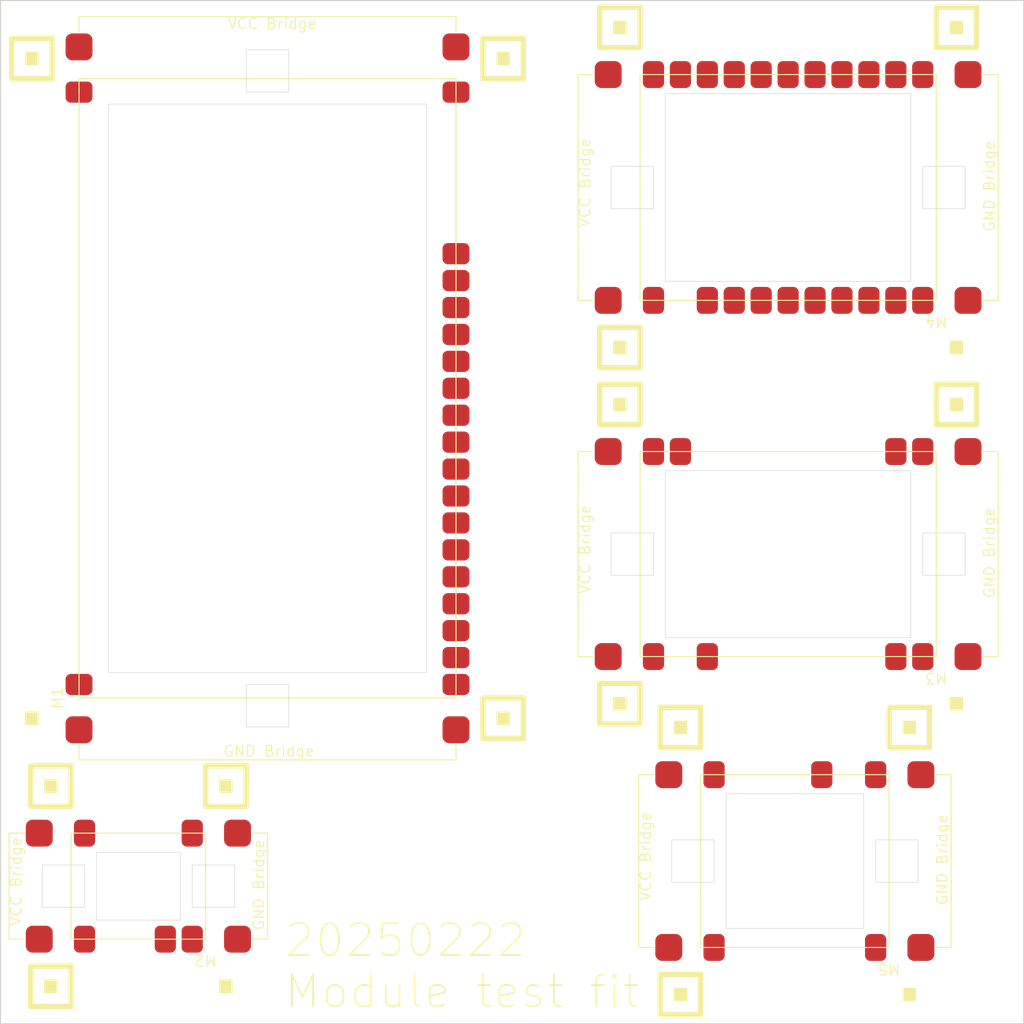
<source format=kicad_pcb>
(kicad_pcb (version 20240108) (generator "pcbnew") (generator_version "8.0")
  (layers (0 "F.Cu" signal) (31 "B.Cu" signal) (34 "B.Paste" user) (35 "F.Paste" user) (36 "B.SilkS" user "B.Silkscreen") (37 "F.SilkS" user "F.Silkscreen") (38 "B.Mask" user) (39 "F.Mask" user) (44 "Edge.Cuts" user))
  (net 0 "")
  (footprint "MegaCastle:MegaCastle2x7-I12.7x13.0-M8314" (layer "F.Cu") (at 95.25 98.955 90)
    (property "Reference" "M5" (at -10.182 8.89 180) (layer "F.SilkS") (effects (font (thickness 0.1))))
    (property "Value" "~")
    (fp_line (start -8.15 -14.735) (end 8.15 -14.735) (stroke (width 0.1)) (layer "F.SilkS"))
    (fp_line (start 8.15 -13.335) (end 8.15 -14.735) (stroke (width 0.1)) (layer "F.SilkS"))
    (fp_line (start -8.15 -13.335) (end -8.15 -14.735) (stroke (width 0.1)) (layer "F.SilkS"))
    (fp_line (start 8.15 13.335) (end 8.15 14.735) (stroke (width 0.1)) (layer "F.SilkS"))
    (fp_line (start -8.15 13.335) (end -8.15 14.735) (stroke (width 0.1)) (layer "F.SilkS"))
    (fp_line (start -8.15 14.735) (end 8.15 14.735) (stroke (width 0.1)) (layer "F.SilkS"))
    (fp_rect (start 13.23 -10.16) (end 11.96 -11.43) (fill solid) (layer "F.SilkS"))
    (fp_rect (start -11.96 -10.16) (end -13.23 -11.43) (fill solid) (layer "F.SilkS"))
    (fp_rect (start 14.5 -8.89) (end 10.69 -12.7) (stroke (width 0.5)) (fill none) (layer "F.SilkS"))
    (fp_rect (start -8.15 -8.89) (end 8.15 8.89) (stroke (width 0.1)) (fill none) (layer "F.SilkS"))
    (fp_rect (start -10.69 -8.89) (end -14.5 -12.7) (stroke (width 0.5)) (fill none) (layer "F.SilkS"))
    (fp_rect (start 13.23 11.43) (end 11.96 10.16) (fill solid) (layer "F.SilkS"))
    (fp_rect (start -11.96 11.43) (end -13.23 10.16) (fill solid) (layer "F.SilkS"))
    (fp_rect (start 14.5 12.7) (end 10.69 8.89) (stroke (width 0.5)) (fill none) (layer "F.SilkS"))
    (fp_rect (start -2 -7.62) (end 2 -11.62) (stroke (width 0.05)) (fill none) (layer "Edge.Cuts"))
    (fp_rect (start -6.35 -6.49) (end 6.35 6.49) (stroke (width 0.05)) (fill none) (layer "Edge.Cuts"))
    (fp_rect (start -2 7.62) (end 2 11.62) (stroke (width 0.05)) (fill none) (layer "Edge.Cuts"))
    (fp_text user "GND Bridge" (at -4.226381 14.49 90) (layer "F.SilkS") (effects (font (thickness 0.1)) (justify left bottom)))
    (fp_text user "VCC Bridge" (at -3.81 -13.49 90) (layer "F.SilkS") (effects (font (thickness 0.1)) (justify left bottom)))
    (pad "1" smd roundrect (at -8.15 -7.62 90) (size 2.54 2) (layers "F.Cu" "F.Paste" "F.Mask"))
    (pad "7" smd roundrect (at -8.15 7.62 90) (size 2.54 2) (layers "F.Cu" "F.Paste" "F.Mask"))
    (pad "8" smd roundrect (at 8.15 -7.62 90) (size 2.54 2) (layers "F.Cu" "F.Paste" "F.Mask"))
    (pad "12" smd roundrect (at 8.15 2.54 90) (size 2.54 2) (layers "F.Cu" "F.Paste" "F.Mask"))
    (pad "14" smd roundrect (at 8.15 7.62 90) (size 2.54 2) (layers "F.Cu" "F.Paste" "F.Mask"))
    (pad "A1" smd roundrect (at -8.15 -11.89 90) (size 2.54 2.54) (layers "F.Cu" "F.Paste" "F.Mask"))
    (pad "A2" smd roundrect (at 8.15 -11.89 90) (size 2.54 2.54) (layers "F.Cu" "F.Paste" "F.Mask"))
    (pad "B1" smd roundrect (at -8.15 11.89 90) (size 2.54 2.54) (layers "F.Cu" "F.Paste" "F.Mask"))
    (pad "B2" smd roundrect (at 8.15 11.89 90) (size 2.54 2.54) (layers "F.Cu" "F.Paste" "F.Mask"))
  )
  (footprint "MegaCastle:MegaCastle2x23-I30.0x53.6-M80000307FFFC" (layer "F.Cu") (at 45.505 54.36)
    (property "Reference" "M1" (at -19.812 29.21 90) (layer "F.SilkS") (effects (font (thickness 0.1))))
    (property "Value" "~")
    (fp_line (start -17.780001 -35.055) (end 17.780001 -35.055) (stroke (width 0.1)) (layer "F.SilkS"))
    (fp_line (start -17.780001 -33.654999) (end -17.780001 -35.055) (stroke (width 0.1)) (layer "F.SilkS"))
    (fp_line (start -17.780001 33.654999) (end -17.780001 35.055) (stroke (width 0.1)) (layer "F.SilkS"))
    (fp_line (start -17.780001 35.055) (end 17.780001 35.055) (stroke (width 0.1)) (layer "F.SilkS"))
    (fp_line (start 17.780001 -33.654999) (end 17.780001 -35.055) (stroke (width 0.1)) (layer "F.SilkS"))
    (fp_line (start 17.780001 33.654999) (end 17.780001 35.055) (stroke (width 0.1)) (layer "F.SilkS"))
    (fp_rect (start -21.59 -30.479999) (end -22.86 -31.749999) (fill solid) (layer "F.SilkS"))
    (fp_rect (start -21.59 31.75) (end -22.86 30.48) (fill solid) (layer "F.SilkS"))
    (fp_rect (start -20.32 -29.209999) (end -24.13 -33.019999) (stroke (width 0.5)) (fill none) (layer "F.SilkS"))
    (fp_rect (start -17.78 -29.21) (end 17.78 29.21) (stroke (width 0.1)) (fill none) (layer "F.SilkS"))
    (fp_rect (start 22.859999 -30.479999) (end 21.589999 -31.749999) (fill solid) (layer "F.SilkS"))
    (fp_rect (start 22.859999 31.75) (end 21.589999 30.48) (fill solid) (layer "F.SilkS"))
    (fp_rect (start 24.129999 -29.209999) (end 20.319999 -33.019999) (stroke (width 0.5)) (fill none) (layer "F.SilkS"))
    (fp_rect (start 24.129999 33.02) (end 20.319999 29.21) (stroke (width 0.5)) (fill none) (layer "F.SilkS"))
    (fp_rect (start -15 -26.809999) (end 15 26.809999) (stroke (width 0.05)) (fill none) (layer "Edge.Cuts"))
    (fp_rect (start -2 -27.94) (end 2 -31.94) (stroke (width 0.05)) (fill none) (layer "Edge.Cuts"))
    (fp_rect (start -2 27.94) (end 2 31.94) (stroke (width 0.05)) (fill none) (layer "Edge.Cuts"))
    (fp_text user "GND Bridge" (at -4.226381 34.81 0) (layer "F.SilkS") (effects (font (thickness 0.1)) (justify left bottom)))
    (fp_text user "VCC Bridge" (at -3.81 -33.81 0) (layer "F.SilkS") (effects (font (thickness 0.1)) (justify left bottom)))
    (pad "1" smd roundrect (at -17.78 -27.94) (size 2.54 2) (layers "F.Cu" "F.Paste" "F.Mask"))
    (pad "23" smd roundrect (at -17.78 27.94) (size 2.54 2) (layers "F.Cu" "F.Paste" "F.Mask"))
    (pad "24" smd roundrect (at 17.78 -27.94) (size 2.54 2) (layers "F.Cu" "F.Paste" "F.Mask"))
    (pad "30" smd roundrect (at 17.78 -12.7) (size 2.54 2) (layers "F.Cu" "F.Paste" "F.Mask"))
    (pad "31" smd roundrect (at 17.78 -10.16) (size 2.54 2) (layers "F.Cu" "F.Paste" "F.Mask"))
    (pad "32" smd roundrect (at 17.78 -7.62) (size 2.54 2) (layers "F.Cu" "F.Paste" "F.Mask"))
    (pad "33" smd roundrect (at 17.78 -5.08) (size 2.54 2) (layers "F.Cu" "F.Paste" "F.Mask"))
    (pad "34" smd roundrect (at 17.78 -2.54) (size 2.54 2) (layers "F.Cu" "F.Paste" "F.Mask"))
    (pad "35" smd roundrect (at 17.78 0) (size 2.54 2) (layers "F.Cu" "F.Paste" "F.Mask"))
    (pad "36" smd roundrect (at 17.78 2.54) (size 2.54 2) (layers "F.Cu" "F.Paste" "F.Mask"))
    (pad "37" smd roundrect (at 17.78 5.08) (size 2.54 2) (layers "F.Cu" "F.Paste" "F.Mask"))
    (pad "38" smd roundrect (at 17.78 7.62) (size 2.54 2) (layers "F.Cu" "F.Paste" "F.Mask"))
    (pad "39" smd roundrect (at 17.78 10.16) (size 2.54 2) (layers "F.Cu" "F.Paste" "F.Mask"))
    (pad "40" smd roundrect (at 17.78 12.7) (size 2.54 2) (layers "F.Cu" "F.Paste" "F.Mask"))
    (pad "41" smd roundrect (at 17.78 15.24) (size 2.54 2) (layers "F.Cu" "F.Paste" "F.Mask"))
    (pad "42" smd roundrect (at 17.78 17.78) (size 2.54 2) (layers "F.Cu" "F.Paste" "F.Mask"))
    (pad "43" smd roundrect (at 17.78 20.32) (size 2.54 2) (layers "F.Cu" "F.Paste" "F.Mask"))
    (pad "44" smd roundrect (at 17.78 22.86) (size 2.54 2) (layers "F.Cu" "F.Paste" "F.Mask"))
    (pad "45" smd roundrect (at 17.78 25.4) (size 2.54 2) (layers "F.Cu" "F.Paste" "F.Mask"))
    (pad "46" smd roundrect (at 17.78 27.94) (size 2.54 2) (layers "F.Cu" "F.Paste" "F.Mask"))
    (pad "A1" smd roundrect (at -17.78 -32.21) (size 2.54 2.54) (layers "F.Cu" "F.Paste" "F.Mask"))
    (pad "A2" smd roundrect (at 17.78 -32.21) (size 2.54 2.54) (layers "F.Cu" "F.Paste" "F.Mask"))
    (pad "B1" smd roundrect (at -17.78 32.21) (size 2.54 2.54) (layers "F.Cu" "F.Paste" "F.Mask"))
    (pad "B2" smd roundrect (at 17.78 32.21) (size 2.54 2.54) (layers "F.Cu" "F.Paste" "F.Mask"))
  )
  (footprint "MegaCastle:MegaCastle2x5-I6.4x7.9-M9C4" (layer "F.Cu") (at 33.325 101.325 90)
    (property "Reference" "M2" (at -7.032 6.35 180) (layer "F.SilkS") (effects (font (thickness 0.1))))
    (property "Value" "~")
    (fp_line (start -5 -12.195) (end 5 -12.195) (stroke (width 0.1)) (layer "F.SilkS"))
    (fp_line (start 5 -10.795) (end 5 -12.195) (stroke (width 0.1)) (layer "F.SilkS"))
    (fp_line (start -5 -10.795) (end -5 -12.195) (stroke (width 0.1)) (layer "F.SilkS"))
    (fp_line (start 5 10.795) (end 5 12.195) (stroke (width 0.1)) (layer "F.SilkS"))
    (fp_line (start -5 10.795) (end -5 12.195) (stroke (width 0.1)) (layer "F.SilkS"))
    (fp_line (start -5 12.195) (end 5 12.195) (stroke (width 0.1)) (layer "F.SilkS"))
    (fp_rect (start 10.08 -7.62) (end 8.81 -8.89) (fill solid) (layer "F.SilkS"))
    (fp_rect (start -8.81 -7.62) (end -10.08 -8.89) (fill solid) (layer "F.SilkS"))
    (fp_rect (start 11.35 -6.35) (end 7.54 -10.16) (stroke (width 0.5)) (fill none) (layer "F.SilkS"))
    (fp_rect (start -5 -6.35) (end 5 6.35) (stroke (width 0.1)) (fill none) (layer "F.SilkS"))
    (fp_rect (start -7.54 -6.35) (end -11.35 -10.16) (stroke (width 0.5)) (fill none) (layer "F.SilkS"))
    (fp_rect (start 10.08 8.89) (end 8.81 7.62) (fill solid) (layer "F.SilkS"))
    (fp_rect (start -8.81 8.89) (end -10.08 7.62) (fill solid) (layer "F.SilkS"))
    (fp_rect (start 11.35 10.16) (end 7.54 6.35) (stroke (width 0.5)) (fill none) (layer "F.SilkS"))
    (fp_rect (start -2 -5.08) (end 2 -9.08) (stroke (width 0.05)) (fill none) (layer "Edge.Cuts"))
    (fp_rect (start -3.2 -3.95) (end 3.2 3.95) (stroke (width 0.05)) (fill none) (layer "Edge.Cuts"))
    (fp_rect (start -2 5.08) (end 2 9.08) (stroke (width 0.05)) (fill none) (layer "Edge.Cuts"))
    (fp_text user "VCC Bridge" (at -3.81 -10.95 90) (layer "F.SilkS") (effects (font (thickness 0.1)) (justify left bottom)))
    (fp_text user "GND Bridge" (at -4.226381 11.95 90) (layer "F.SilkS") (effects (font (thickness 0.1)) (justify left bottom)))
    (pad "1" smd roundrect (at -5 -5.08 90) (size 2.54 2) (layers "F.Cu" "F.Paste" "F.Mask"))
    (pad "4" smd roundrect (at -5 2.54 90) (size 2.54 2) (layers "F.Cu" "F.Paste" "F.Mask"))
    (pad "5" smd roundrect (at -5 5.08 90) (size 2.54 2) (layers "F.Cu" "F.Paste" "F.Mask"))
    (pad "6" smd roundrect (at 5 -5.08 90) (size 2.54 2) (layers "F.Cu" "F.Paste" "F.Mask"))
    (pad "10" smd roundrect (at 5 5.08 90) (size 2.54 2) (layers "F.Cu" "F.Paste" "F.Mask"))
    (pad "A1" smd roundrect (at -5 -9.35 90) (size 2.54 2.54) (layers "F.Cu" "F.Paste" "F.Mask"))
    (pad "A2" smd roundrect (at 5 -9.35 90) (size 2.54 2.54) (layers "F.Cu" "F.Paste" "F.Mask"))
    (pad "B1" smd roundrect (at -5 9.35 90) (size 2.54 2.54) (layers "F.Cu" "F.Paste" "F.Mask"))
    (pad "B2" smd roundrect (at 5 9.35 90) (size 2.54 2.54) (layers "F.Cu" "F.Paste" "F.Mask"))
  )
  (footprint "MegaCastle:MegaCastle2x11-I15.7x23.1-MA0780C" (layer "F.Cu") (at 94.615 69.995 90)
    (property "Reference" "M3" (at -11.702 13.97 180) (layer "F.SilkS") (effects (font (thickness 0.1))))
    (property "Value" "~")
    (fp_line (start -9.67 -19.815001) (end 9.67 -19.815001) (stroke (width 0.1)) (layer "F.SilkS"))
    (fp_line (start 9.67 -18.415001) (end 9.67 -19.815001) (stroke (width 0.1)) (layer "F.SilkS"))
    (fp_line (start -9.67 -18.415001) (end -9.67 -19.815001) (stroke (width 0.1)) (layer "F.SilkS"))
    (fp_line (start 9.67 18.415001) (end 9.67 19.815001) (stroke (width 0.1)) (layer "F.SilkS"))
    (fp_line (start -9.67 18.415001) (end -9.67 19.815001) (stroke (width 0.1)) (layer "F.SilkS"))
    (fp_line (start -9.67 19.815001) (end 9.67 19.815001) (stroke (width 0.1)) (layer "F.SilkS"))
    (fp_rect (start 14.75 -15.24) (end 13.48 -16.51) (fill solid) (layer "F.SilkS"))
    (fp_rect (start -13.48 -15.24) (end -14.75 -16.51) (fill solid) (layer "F.SilkS"))
    (fp_rect (start 16.02 -13.97) (end 12.21 -17.78) (stroke (width 0.5)) (fill none) (layer "F.SilkS"))
    (fp_rect (start -9.67 -13.97) (end 9.67 13.97) (stroke (width 0.1)) (fill none) (layer "F.SilkS"))
    (fp_rect (start -12.21 -13.97) (end -16.02 -17.78) (stroke (width 0.5)) (fill none) (layer "F.SilkS"))
    (fp_rect (start 14.75 16.510001) (end 13.48 15.240001) (fill solid) (layer "F.SilkS"))
    (fp_rect (start -13.48 16.510001) (end -14.75 15.240001) (fill solid) (layer "F.SilkS"))
    (fp_rect (start 16.02 17.780001) (end 12.21 13.970001) (stroke (width 0.5)) (fill none) (layer "F.SilkS"))
    (fp_rect (start -2 -12.7) (end 2 -16.7) (stroke (width 0.05)) (fill none) (layer "Edge.Cuts"))
    (fp_rect (start -7.87 -11.57) (end 7.87 11.57) (stroke (width 0.05)) (fill none) (layer "Edge.Cuts"))
    (fp_rect (start -2 12.7) (end 2 16.7) (stroke (width 0.05)) (fill none) (layer "Edge.Cuts"))
    (fp_text user "GND Bridge" (at -4.226381 19.57 90) (layer "F.SilkS") (effects (font (thickness 0.1)) (justify left bottom)))
    (fp_text user "VCC Bridge" (at -3.81 -18.57 90) (layer "F.SilkS") (effects (font (thickness 0.1)) (justify left bottom)))
    (pad "1" smd roundrect (at -9.67 -12.7 90) (size 2.54 2) (layers "F.Cu" "F.Paste" "F.Mask"))
    (pad "3" smd roundrect (at -9.67 -7.62 90) (size 2.54 2) (layers "F.Cu" "F.Paste" "F.Mask"))
    (pad "10" smd roundrect (at -9.67 10.16 90) (size 2.54 2) (layers "F.Cu" "F.Paste" "F.Mask"))
    (pad "11" smd roundrect (at -9.67 12.7 90) (size 2.54 2) (layers "F.Cu" "F.Paste" "F.Mask"))
    (pad "12" smd roundrect (at 9.67 -12.7 90) (size 2.54 2) (layers "F.Cu" "F.Paste" "F.Mask"))
    (pad "13" smd roundrect (at 9.67 -10.16 90) (size 2.54 2) (layers "F.Cu" "F.Paste" "F.Mask"))
    (pad "21" smd roundrect (at 9.67 10.16 90) (size 2.54 2) (layers "F.Cu" "F.Paste" "F.Mask"))
    (pad "22" smd roundrect (at 9.67 12.7 90) (size 2.54 2) (layers "F.Cu" "F.Paste" "F.Mask"))
    (pad "A1" smd roundrect (at -9.67 -16.97 90) (size 2.54 2.54) (layers "F.Cu" "F.Paste" "F.Mask"))
    (pad "A2" smd roundrect (at 9.67 -16.97 90) (size 2.54 2.54) (layers "F.Cu" "F.Paste" "F.Mask"))
    (pad "B1" smd roundrect (at -9.67 16.97 90) (size 2.54 2.54) (layers "F.Cu" "F.Paste" "F.Mask"))
    (pad "B2" smd roundrect (at 9.67 16.97 90) (size 2.54 2.54) (layers "F.Cu" "F.Paste" "F.Mask"))
  )
  (footprint "MegaCastle:MegaCastle2x11-I17.7x23.1-MBFFFFC" (layer "F.Cu") (at 94.615 35.415 90)
    (property "Reference" "M4" (at -12.682 13.97 180) (layer "F.SilkS") (effects (font (thickness 0.1))))
    (property "Value" "~")
    (fp_line (start -10.650001 -19.815001) (end 10.650001 -19.815001) (stroke (width 0.1)) (layer "F.SilkS"))
    (fp_line (start 10.650001 -18.415001) (end 10.650001 -19.815001) (stroke (width 0.1)) (layer "F.SilkS"))
    (fp_line (start -10.650001 -18.415001) (end -10.650001 -19.815001) (stroke (width 0.1)) (layer "F.SilkS"))
    (fp_line (start 10.650001 18.415001) (end 10.650001 19.815001) (stroke (width 0.1)) (layer "F.SilkS"))
    (fp_line (start -10.650001 18.415001) (end -10.650001 19.815001) (stroke (width 0.1)) (layer "F.SilkS"))
    (fp_line (start -10.650001 19.815001) (end 10.650001 19.815001) (stroke (width 0.1)) (layer "F.SilkS"))
    (fp_rect (start 15.73 -15.24) (end 14.46 -16.51) (fill solid) (layer "F.SilkS"))
    (fp_rect (start -14.460001 -15.24) (end -15.730001 -16.51) (fill solid) (layer "F.SilkS"))
    (fp_rect (start 17 -13.97) (end 13.19 -17.78) (stroke (width 0.5)) (fill none) (layer "F.SilkS"))
    (fp_rect (start -10.65 -13.97) (end 10.65 13.97) (stroke (width 0.1)) (fill none) (layer "F.SilkS"))
    (fp_rect (start -13.190001 -13.97) (end -17.000001 -17.78) (stroke (width 0.5)) (fill none) (layer "F.SilkS"))
    (fp_rect (start 15.73 16.510001) (end 14.46 15.240001) (fill solid) (layer "F.SilkS"))
    (fp_rect (start -14.460001 16.510001) (end -15.730001 15.240001) (fill solid) (layer "F.SilkS"))
    (fp_rect (start 17 17.780001) (end 13.19 13.970001) (stroke (width 0.5)) (fill none) (layer "F.SilkS"))
    (fp_rect (start -2 -12.7) (end 2 -16.7) (stroke (width 0.05)) (fill none) (layer "Edge.Cuts"))
    (fp_rect (start -8.85 -11.57) (end 8.85 11.57) (stroke (width 0.05)) (fill none) (layer "Edge.Cuts"))
    (fp_rect (start -2 12.7) (end 2 16.7) (stroke (width 0.05)) (fill none) (layer "Edge.Cuts"))
    (fp_text user "VCC Bridge" (at -3.81 -18.57 90) (layer "F.SilkS") (effects (font (thickness 0.1)) (justify left bottom)))
    (fp_text user "GND Bridge" (at -4.226381 19.57 90) (layer "F.SilkS") (effects (font (thickness 0.1)) (justify left bottom)))
    (pad "1" smd roundrect (at -10.65 -12.7 90) (size 2.54 2) (layers "F.Cu" "F.Paste" "F.Mask"))
    (pad "3" smd roundrect (at -10.65 -7.62 90) (size 2.54 2) (layers "F.Cu" "F.Paste" "F.Mask"))
    (pad "4" smd roundrect (at -10.65 -5.08 90) (size 2.54 2) (layers "F.Cu" "F.Paste" "F.Mask"))
    (pad "5" smd roundrect (at -10.65 -2.54 90) (size 2.54 2) (layers "F.Cu" "F.Paste" "F.Mask"))
    (pad "6" smd roundrect (at -10.65 0 90) (size 2.54 2) (layers "F.Cu" "F.Paste" "F.Mask"))
    (pad "7" smd roundrect (at -10.65 2.54 90) (size 2.54 2) (layers "F.Cu" "F.Paste" "F.Mask"))
    (pad "8" smd roundrect (at -10.65 5.08 90) (size 2.54 2) (layers "F.Cu" "F.Paste" "F.Mask"))
    (pad "9" smd roundrect (at -10.65 7.62 90) (size 2.54 2) (layers "F.Cu" "F.Paste" "F.Mask"))
    (pad "10" smd roundrect (at -10.65 10.16 90) (size 2.54 2) (layers "F.Cu" "F.Paste" "F.Mask"))
    (pad "11" smd roundrect (at -10.65 12.7 90) (size 2.54 2) (layers "F.Cu" "F.Paste" "F.Mask"))
    (pad "12" smd roundrect (at 10.65 -12.7 90) (size 2.54 2) (layers "F.Cu" "F.Paste" "F.Mask"))
    (pad "13" smd roundrect (at 10.65 -10.16 90) (size 2.54 2) (layers "F.Cu" "F.Paste" "F.Mask"))
    (pad "14" smd roundrect (at 10.65 -7.62 90) (size 2.54 2) (layers "F.Cu" "F.Paste" "F.Mask"))
    (pad "15" smd roundrect (at 10.65 -5.08 90) (size 2.54 2) (layers "F.Cu" "F.Paste" "F.Mask"))
    (pad "16" smd roundrect (at 10.65 -2.54 90) (size 2.54 2) (layers "F.Cu" "F.Paste" "F.Mask"))
    (pad "17" smd roundrect (at 10.65 0 90) (size 2.54 2) (layers "F.Cu" "F.Paste" "F.Mask"))
    (pad "18" smd roundrect (at 10.65 2.54 90) (size 2.54 2) (layers "F.Cu" "F.Paste" "F.Mask"))
    (pad "19" smd roundrect (at 10.65 5.08 90) (size 2.54 2) (layers "F.Cu" "F.Paste" "F.Mask"))
    (pad "20" smd roundrect (at 10.65 7.62 90) (size 2.54 2) (layers "F.Cu" "F.Paste" "F.Mask"))
    (pad "21" smd roundrect (at 10.65 10.16 90) (size 2.54 2) (layers "F.Cu" "F.Paste" "F.Mask"))
    (pad "22" smd roundrect (at 10.65 12.7 90) (size 2.54 2) (layers "F.Cu" "F.Paste" "F.Mask"))
    (pad "A1" smd roundrect (at -10.65 -16.97 90) (size 2.54 2.54) (layers "F.Cu" "F.Paste" "F.Mask"))
    (pad "A2" smd roundrect (at 10.65 -16.97 90) (size 2.54 2.54) (layers "F.Cu" "F.Paste" "F.Mask"))
    (pad "B1" smd roundrect (at -10.65 16.97 90) (size 2.54 2.54) (layers "F.Cu" "F.Paste" "F.Mask"))
    (pad "B2" smd roundrect (at 10.65 16.97 90) (size 2.54 2.54) (layers "F.Cu" "F.Paste" "F.Mask"))
  )
  (gr_line (start 116.84 114.3) (end 20.32 114.3) (stroke (width 0.1)) (layer "Edge.Cuts"))
  (gr_line (start 20.32 17.78) (end 116.84 17.78) (stroke (width 0.1)) (layer "Edge.Cuts"))
  (gr_line (start 116.84 114.3) (end 116.84 17.78) (stroke (width 0.1)) (layer "Edge.Cuts"))
  (gr_line (start 20.32 114.3) (end 20.32 17.78) (stroke (width 0.1)) (layer "Edge.Cuts"))
  (gr_text "20250222\nModule test fit" (at 46.99 113.03 0) (layer "F.SilkS") (effects (font (size 3 3)) (justify left bottom)))
)
</source>
